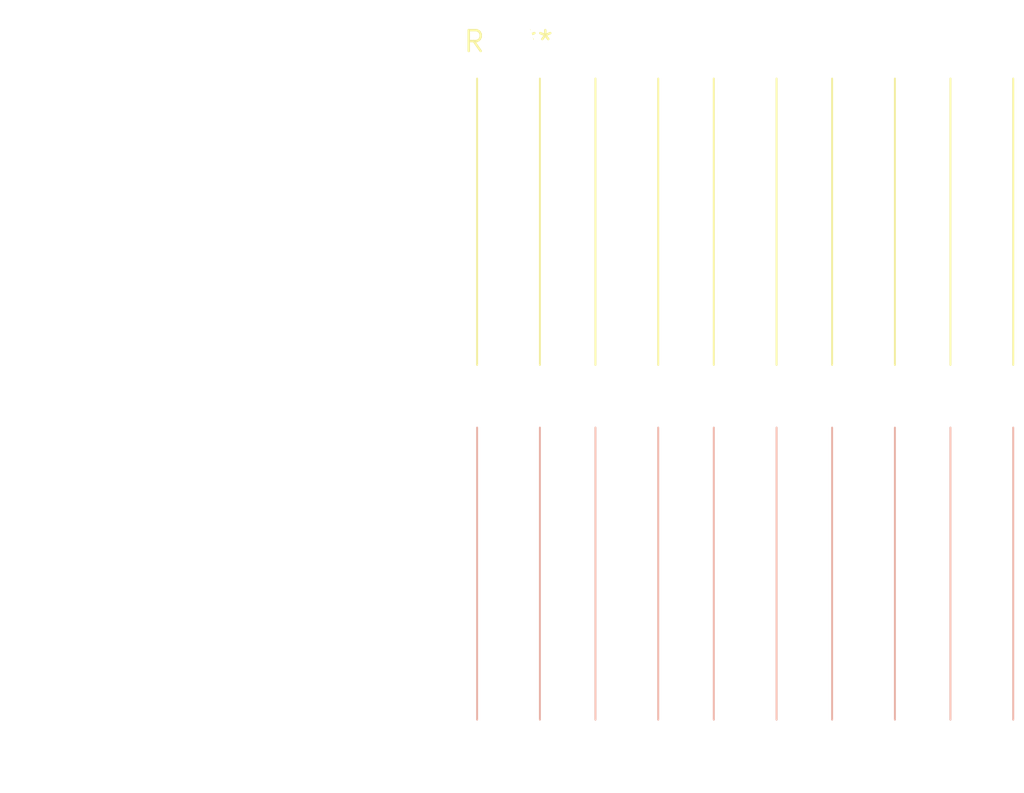
<source format=kicad_pcb>
(kicad_pcb (version 20240108) (generator pcbnew)
  (layers (0 "F.Cu" signal) (31 "B.Cu" signal) (34 "B.Paste" user) (35 "F.Paste" user) (36 "B.SilkS" user "B.Silkscreen") (37 "F.SilkS" user "F.Silkscreen") (38 "B.Mask" user) (39 "F.Mask" user) (44 "Edge.Cuts" user))
  (net 0 "")
  (footprint "SolderWire-2.5sqmm_1x05_P7.2mm_D2.4mm_OD3.6mm_Relief2x" (layer "F.Cu") (at 0 0)
    (property "Reference" "REF**")
    (property "Value" "SolderWire-2.5sqmm_1x05_P7.2mm_D2.4mm_OD3.6mm_Relief2x")
    (fp_line (start -1.91 23.51) (end -1.91 41.29) (layer "B.SilkS") (stroke (width 0.12)))
    (fp_line (start 1.91 23.51) (end 1.91 41.29) (layer "B.SilkS") (stroke (width 0.12)))
    (fp_line (start 5.29 23.51) (end 5.29 41.29) (layer "B.SilkS") (stroke (width 0.12)))
    (fp_line (start 9.11 23.51) (end 9.11 41.29) (layer "B.SilkS") (stroke (width 0.12)))
    (fp_line (start 12.49 23.51) (end 12.49 41.29) (layer "B.SilkS") (stroke (width 0.12)))
    (fp_line (start 16.31 23.51) (end 16.31 41.29) (layer "B.SilkS") (stroke (width 0.12)))
    (fp_line (start 19.69 23.51) (end 19.69 41.29) (layer "B.SilkS") (stroke (width 0.12)))
    (fp_line (start 23.51 23.51) (end 23.51 41.29) (layer "B.SilkS") (stroke (width 0.12)))
    (fp_line (start 26.89 23.51) (end 26.89 41.29) (layer "B.SilkS") (stroke (width 0.12)))
    (fp_line (start 30.71 23.51) (end 30.71 41.29) (layer "B.SilkS") (stroke (width 0.12)))
    (fp_line (start -1.91 2.26) (end -1.91 19.69) (layer "F.SilkS") (stroke (width 0.12)))
    (fp_line (start 1.91 2.26) (end 1.91 19.69) (layer "F.SilkS") (stroke (width 0.12)))
    (fp_line (start 5.29 2.26) (end 5.29 19.69) (layer "F.SilkS") (stroke (width 0.12)))
    (fp_line (start 9.11 2.26) (end 9.11 19.69) (layer "F.SilkS") (stroke (width 0.12)))
    (fp_line (start 12.49 2.26) (end 12.49 19.69) (layer "F.SilkS") (stroke (width 0.12)))
    (fp_line (start 16.31 2.26) (end 16.31 19.69) (layer "F.SilkS") (stroke (width 0.12)))
    (fp_line (start 19.69 2.26) (end 19.69 19.69) (layer "F.SilkS") (stroke (width 0.12)))
    (fp_line (start 23.51 2.26) (end 23.51 19.69) (layer "F.SilkS") (stroke (width 0.12)))
    (fp_line (start 26.89 2.26) (end 26.89 19.69) (layer "F.SilkS") (stroke (width 0.12)))
    (fp_line (start 30.71 2.26) (end 30.71 19.69) (layer "F.SilkS") (stroke (width 0.12)))
    (pad "" np_thru_hole circle (at 0 21.6) (size 4.1 4.1) (drill 4.1) (layers *.Cu *.Mask))
    (pad "" np_thru_hole circle (at 0 43.2) (size 4.1 4.1) (drill 4.1) (layers *.Cu *.Mask))
    (pad "" np_thru_hole circle (at 7.2 21.6) (size 4.1 4.1) (drill 4.1) (layers *.Cu *.Mask))
    (pad "" np_thru_hole circle (at 7.2 43.2) (size 4.1 4.1) (drill 4.1) (layers *.Cu *.Mask))
    (pad "" np_thru_hole circle (at 14.4 21.6) (size 4.1 4.1) (drill 4.1) (layers *.Cu *.Mask))
    (pad "" np_thru_hole circle (at 14.4 43.2) (size 4.1 4.1) (drill 4.1) (layers *.Cu *.Mask))
    (pad "" np_thru_hole circle (at 21.6 21.6) (size 4.1 4.1) (drill 4.1) (layers *.Cu *.Mask))
    (pad "" np_thru_hole circle (at 21.6 43.2) (size 4.1 4.1) (drill 4.1) (layers *.Cu *.Mask))
    (pad "" np_thru_hole circle (at 28.8 21.6) (size 4.1 4.1) (drill 4.1) (layers *.Cu *.Mask))
    (pad "" np_thru_hole circle (at 28.8 43.2) (size 4.1 4.1) (drill 4.1) (layers *.Cu *.Mask))
    (pad "1" thru_hole roundrect (at 0 0) (size 4 4) (drill 3) (layers *.Cu *.Mask) (remove_unused_layers) (roundrect_rratio 0.0625))
    (pad "2" thru_hole circle (at 7.2 0) (size 4 4) (drill 3) (layers *.Cu *.Mask) (remove_unused_layers))
    (pad "3" thru_hole circle (at 14.4 0) (size 4 4) (drill 3) (layers *.Cu *.Mask) (remove_unused_layers))
    (pad "4" thru_hole circle (at 21.6 0) (size 4 4) (drill 3) (layers *.Cu *.Mask) (remove_unused_layers))
    (pad "5" thru_hole circle (at 28.8 0) (size 4 4) (drill 3) (layers *.Cu *.Mask) (remove_unused_layers))
  )
)
</source>
